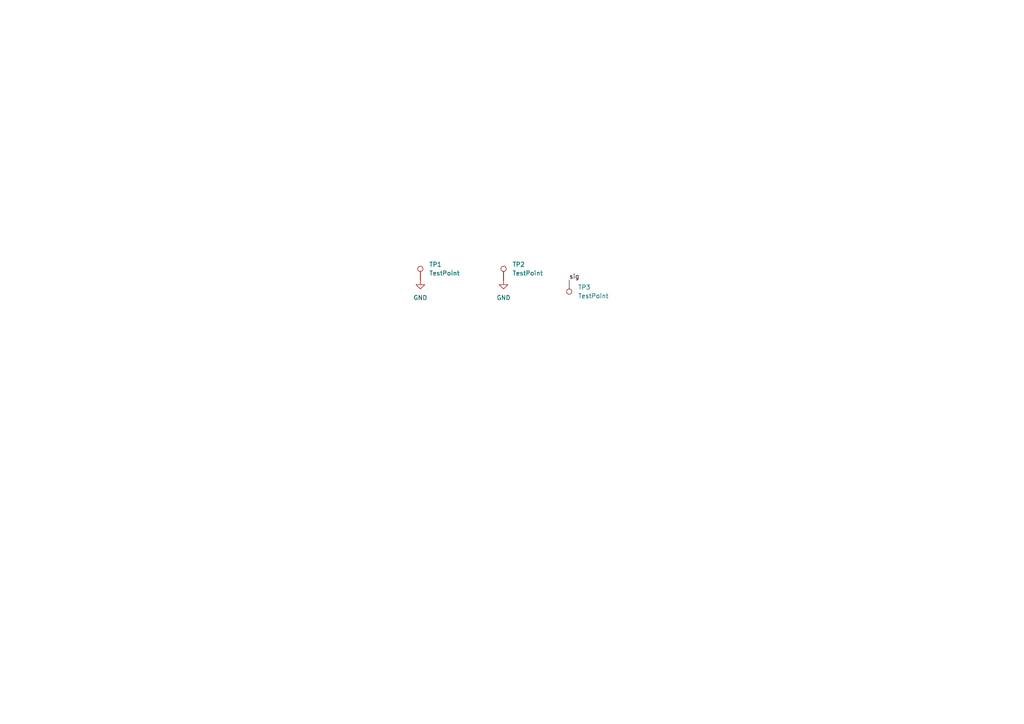
<source format=kicad_sch>
(kicad_sch (version 20231120) (generator "eeschema") (generator_version "8.0")
  (paper "A4")
  (lib_symbols
    (symbol "Connector:TestPoint" (pin_numbers hide) (pin_names (offset 0.762) hide)
      (property "Reference" "TP" (at 0 6.858 0))
      (property "Value" "TestPoint" (at 0 5.08 0))
      (symbol "TestPoint_0_1"
        (circle (center 0 3.302) (radius 0.762))
      )
      (symbol "TestPoint_1_1"
        (pin passive line (at 0 0 90) (length 2.54) (name "1") (number "1"))
      )
    )
    (symbol "power:GND" (power) (pin_numbers hide) (pin_names (offset 0) hide)
      (property "Value" "GND" (at 0 -3.81 0))
      (symbol "GND_0_1"
        (polyline (pts (xy 0 0) (xy 0 -1.27) (xy 1.27 -1.27) (xy 0 -2.54) (xy -1.27 -1.27) (xy 0 -1.27)))
      )
      (symbol "GND_1_1"
        (pin power_in line (at 0 0 270) (length 0) (name "~") (number "1"))
      )
    )
  )
  (label "sig" (at 165.1 81.28 0))
  (symbol (lib_id "power:GND") (at 121.92 81.28 0) (unit 1)
    (property "Reference" "#PWR01" (effects (hide yes)))
    (property "Value" "GND" (at 121.92 86.36 0))
    (property "Description" "Power symbol creates a global label with name \"GND\" , ground" (effects (hide yes)))
  )
  (symbol (lib_id "power:GND") (at 146.05 81.28 0) (unit 1)
    (property "Reference" "#PWR02" (effects (hide yes)))
    (property "Value" "GND" (at 146.05 86.36 0))
    (property "Description" "Power symbol creates a global label with name \"GND\" , ground" (effects (hide yes)))
  )
  (symbol (lib_id "Connector:TestPoint") (at 146.05 81.28 0) (unit 1)
    (property "Reference" "TP2" (at 148.59 76.7079 0) (effects (justify left)))
    (property "Value" "TestPoint" (at 148.59 79.2479 0) (effects (justify left)))
    (property "Footprint" "TestPoint:TestPoint_Pad_2.0x2.0mm" (effects (hide yes)))
    (property "Description" "test point" (effects (hide yes)))
  )
  (symbol (lib_id "Connector:TestPoint") (at 165.1 81.28 180) (unit 1)
    (property "Reference" "TP3" (at 167.64 83.3119 0) (effects (justify right)))
    (property "Value" "TestPoint" (at 167.64 85.8519 0) (effects (justify right)))
    (property "Footprint" "TestPoint:TestPoint_Pad_1.0x1.0mm" (effects (hide yes)))
    (property "Description" "test point" (effects (hide yes)))
  )
  (symbol (lib_id "Connector:TestPoint") (at 121.92 81.28 0) (unit 1)
    (property "Reference" "TP1" (at 124.46 76.7079 0) (effects (justify left)))
    (property "Value" "TestPoint" (at 124.46 79.2479 0) (effects (justify left)))
    (property "Footprint" "TestPoint:TestPoint_Pad_2.0x2.0mm" (effects (hide yes)))
    (property "Description" "test point" (effects (hide yes)))
  )
)
</source>
